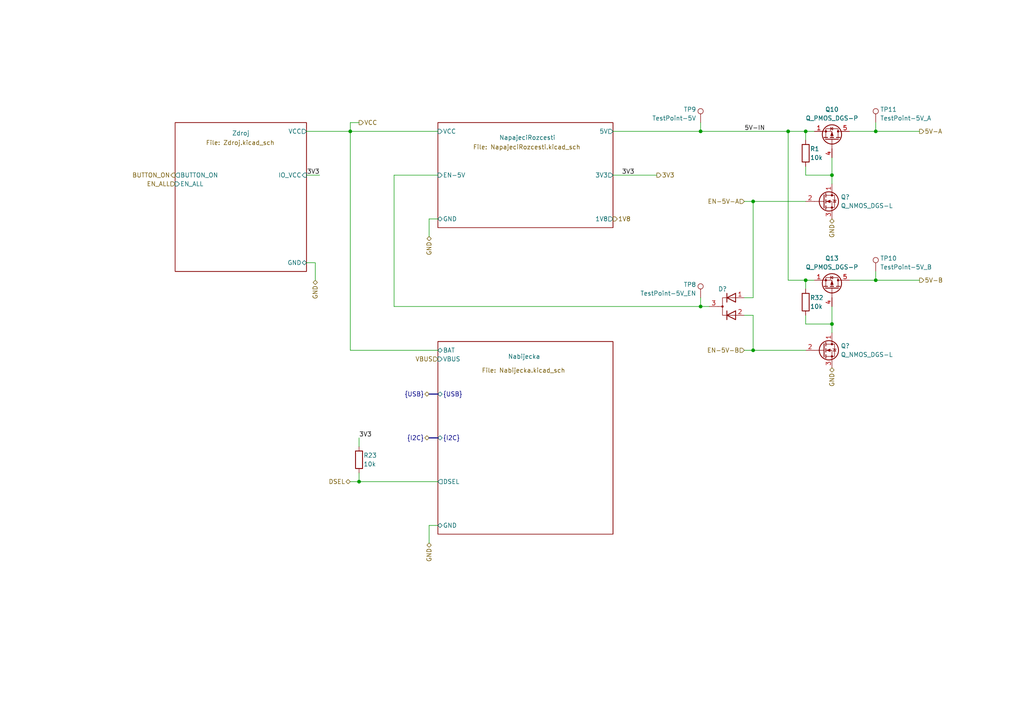
<source format=kicad_sch>
(kicad_sch (version 20231120) (generator "eeschema") (generator_version "8.0")
  (paper "A4")
  (lib_symbols
    (symbol "Connector:TestPoint" (pin_numbers hide) (pin_names (offset 0.762) hide)
      (property "Reference" "TP" (at 0 6.858 0))
      (property "Value" "TestPoint" (at 0 5.08 0))
      (symbol "TestPoint_0_1"
        (circle (center 0 3.302) (radius 0.762))
      )
      (symbol "TestPoint_1_1"
        (pin passive line (at 0 0 90) (length 2.54) (name "1") (number "1"))
      )
    )
    (symbol "Device:D_Dual_CommonCathode_AAK_Parallel" (pin_names (offset 0.762) hide)
      (property "Reference" "D" (at 0 5.08 0))
      (property "Value" "D_Dual_CommonCathode_AAK_Parallel" (at 0 -5.08 0))
      (symbol "D_Dual_CommonCathode_AAK_Parallel_0_0"
        (polyline (pts (xy 0 -1.27) (xy 0 -3.81)) (stroke (width 0.254)))
        (polyline (pts (xy 0 1.27) (xy 0 3.81)) (stroke (width 0.254)))
      )
      (symbol "D_Dual_CommonCathode_AAK_Parallel_0_1"
        (polyline (pts (xy 1.27 0) (xy 2.54 0)))
        (polyline (pts (xy -2.54 -2.54) (xy 1.27 -2.54) (xy 1.27 2.54) (xy -2.54 2.54)))
        (polyline (pts (xy -2.54 -1.27) (xy 0 -2.54) (xy -2.54 -3.81) (xy -2.54 -1.27) (xy -2.54 -1.27) (xy -2.54 -1.27)) (stroke (width 0.254)))
        (polyline (pts (xy -2.54 3.81) (xy 0 2.54) (xy -2.54 1.27) (xy -2.54 3.81) (xy -2.54 3.81) (xy -2.54 3.81)) (stroke (width 0.254)))
        (circle (center 1.27 0) (radius 0.254) (fill (type outline)))
        (pin passive line (at -5.08 2.54 0) (length 2.54) (name "K") (number "1"))
        (pin passive line (at -5.08 -2.54 0) (length 2.54) (name "K") (number "2"))
        (pin passive line (at 5.08 0 180) (length 2.54) (name "A") (number "3"))
      )
    )
    (symbol "Device:Q_NMOS_DGS" (pin_names (offset 0) hide)
      (property "Reference" "Q" (at 5.08 1.27 0))
      (property "Value" "Q_NMOS_DGS" (at 5.08 -1.27 0))
      (symbol "Q_NMOS_DGS_0_1"
        (polyline (pts (xy 0.254 0) (xy -2.54 0)))
        (polyline (pts (xy 0.254 1.905) (xy 0.254 -1.905)) (stroke (width 0.254)))
        (polyline (pts (xy 0.762 -1.27) (xy 0.762 -2.286)) (stroke (width 0.254)))
        (polyline (pts (xy 0.762 0.508) (xy 0.762 -0.508)) (stroke (width 0.254)))
        (polyline (pts (xy 0.762 2.286) (xy 0.762 1.27)) (stroke (width 0.254)))
        (polyline (pts (xy 2.54 2.54) (xy 2.54 1.778)))
        (polyline (pts (xy 2.54 -2.54) (xy 2.54 0) (xy 0.762 0)))
        (polyline (pts (xy 0.762 -1.778) (xy 3.302 -1.778) (xy 3.302 1.778) (xy 0.762 1.778)))
        (polyline (pts (xy 1.016 0) (xy 2.032 0.381) (xy 2.032 -0.381) (xy 1.016 0)) (fill (type outline)))
        (polyline (pts (xy 2.794 0.508) (xy 2.921 0.381) (xy 3.683 0.381) (xy 3.81 0.254)))
        (polyline (pts (xy 3.302 0.381) (xy 2.921 -0.254) (xy 3.683 -0.254) (xy 3.302 0.381)))
        (circle (center 1.651 0) (radius 2.794) (stroke (width 0.254)))
        (circle (center 2.54 -1.778) (radius 0.254) (fill (type outline)))
        (circle (center 2.54 1.778) (radius 0.254) (fill (type outline)))
      )
      (symbol "Q_NMOS_DGS_1_1"
        (pin passive line (at 2.54 5.08 270) (length 2.54) (name "D") (number "1"))
        (pin input line (at -5.08 0 0) (length 2.54) (name "G") (number "2"))
        (pin passive line (at 2.54 -5.08 90) (length 2.54) (name "S") (number "3"))
      )
    )
    (symbol "Device:R" (pin_numbers hide) (pin_names (offset 0))
      (property "Reference" "R" (at 2.032 0 90))
      (property "Value" "R" (at 0 0 90))
      (symbol "R_0_1"
        (rectangle (start -1.016 -2.54) (end 1.016 2.54) (stroke (width 0.254)))
      )
      (symbol "R_1_1"
        (pin passive line (at 0 3.81 270) (length 1.27) (name "~") (number "1"))
        (pin passive line (at 0 -3.81 90) (length 1.27) (name "~") (number "2"))
      )
    )
    (symbol "RKL-Uncategorized:JMSL0302AU" (pin_names hide)
      (property "Reference" "U" (at 0 3.048 0))
      (symbol "JMSL0302AU_0_1"
        (circle (center -1.778 0) (radius 0.254) (fill (type outline)))
        (circle (center 0 -0.889) (radius 2.794) (stroke (width 0.254)))
        (polyline (pts (xy -2.54 0) (xy -1.778 0)))
        (polyline (pts (xy -2.286 -1.778) (xy -1.27 -1.778)) (stroke (width 0.254)))
        (polyline (pts (xy -1.905 -2.286) (xy 1.905 -2.286)) (stroke (width 0.254)))
        (polyline (pts (xy -0.508 -1.778) (xy 0.508 -1.778)) (stroke (width 0.254)))
        (polyline (pts (xy 0 -2.286) (xy 0 -5.08)))
        (polyline (pts (xy 1.27 -1.778) (xy 2.286 -1.778)) (stroke (width 0.254)))
        (polyline (pts (xy 2.54 0) (xy 0 0) (xy 0 -1.778)))
        (polyline (pts (xy -1.778 -1.778) (xy -1.778 0.762) (xy 1.778 0.762) (xy 1.778 -1.778)))
        (polyline (pts (xy 0 -0.254) (xy -0.381 -1.27) (xy 0.381 -1.27) (xy 0 -0.254)) (fill (type outline)))
        (polyline (pts (xy 0.381 0.762) (xy -0.254 0.381) (xy -0.254 1.143) (xy 0.381 0.762)))
        (polyline (pts (xy 0.508 0.254) (xy 0.381 0.381) (xy 0.381 1.143) (xy 0.254 1.27)))
        (circle (center 1.778 0) (radius 0.254) (fill (type outline)))
      )
      (symbol "JMSL0302AU_1_1"
        (pin passive line (at 5.08 0 180) (length 2.54) (name "S") (number "1"))
        (pin passive line (at 5.08 0 180) (length 2.54) hide (name "S") (number "2"))
        (pin passive line (at 5.08 0 180) (length 2.54) hide (name "S") (number "3"))
        (pin input line (at 0 -7.62 90) (length 2.54) (name "G") (number "4"))
        (pin passive line (at -5.08 0 0) (length 2.54) (name "D") (number "5"))
      )
    )
  )
  (junction (at 203.2 38.1))
  (junction (at 233.68 81.28))
  (junction (at 104.14 139.7))
  (junction (at 203.2 88.9))
  (junction (at 233.68 38.1))
  (junction (at 228.6 38.1))
  (junction (at 254 81.28))
  (junction (at 101.6 38.1))
  (junction (at 218.44 101.6))
  (junction (at 218.44 58.42))
  (junction (at 241.3 93.98))
  (junction (at 254 38.1))
  (junction (at 241.3 50.8))
  (wire (pts (xy 218.44 91.44) (xy 215.9 91.44)))
  (wire (pts (xy 233.68 38.1) (xy 233.68 40.64)))
  (wire (pts (xy 88.9 50.8) (xy 92.71 50.8)))
  (wire (pts (xy 228.6 38.1) (xy 233.68 38.1)))
  (wire (pts (xy 233.68 91.44) (xy 233.68 93.98)))
  (wire (pts (xy 124.46 68.58) (xy 124.46 63.5)))
  (wire (pts (xy 101.6 35.56) (xy 104.14 35.56)))
  (wire (pts (xy 91.44 81.28) (xy 91.44 76.2)))
  (wire (pts (xy 241.3 93.98) (xy 241.3 96.52)))
  (wire (pts (xy 254 81.28) (xy 246.38 81.28)))
  (wire (pts (xy 114.3 50.8) (xy 127 50.8)))
  (wire (pts (xy 228.6 38.1) (xy 228.6 81.28)))
  (wire (pts (xy 233.68 81.28) (xy 233.68 83.82)))
  (wire (pts (xy 266.7 81.28) (xy 254 81.28)))
  (wire (pts (xy 215.9 58.42) (xy 218.44 58.42)))
  (wire (pts (xy 241.3 88.9) (xy 241.3 93.98)))
  (wire (pts (xy 218.44 101.6) (xy 233.68 101.6)))
  (wire (pts (xy 177.8 38.1) (xy 203.2 38.1)))
  (wire (pts (xy 254 38.1) (xy 246.38 38.1)))
  (wire (pts (xy 254 81.28) (xy 254 78.74)))
  (wire (pts (xy 91.44 76.2) (xy 88.9 76.2)))
  (wire (pts (xy 241.3 45.72) (xy 241.3 50.8)))
  (wire (pts (xy 88.9 38.1) (xy 101.6 38.1)))
  (wire (pts (xy 241.3 50.8) (xy 241.3 53.34)))
  (bus (pts (xy 124.46 127) (xy 127 127)))
  (wire (pts (xy 101.6 38.1) (xy 101.6 35.56)))
  (wire (pts (xy 124.46 152.4) (xy 127 152.4)))
  (wire (pts (xy 124.46 157.48) (xy 124.46 152.4)))
  (wire (pts (xy 218.44 58.42) (xy 218.44 86.36)))
  (wire (pts (xy 101.6 38.1) (xy 127 38.1)))
  (wire (pts (xy 101.6 38.1) (xy 101.6 101.6)))
  (wire (pts (xy 104.14 137.16) (xy 104.14 139.7)))
  (wire (pts (xy 203.2 88.9) (xy 114.3 88.9)))
  (wire (pts (xy 233.68 93.98) (xy 241.3 93.98)))
  (wire (pts (xy 218.44 58.42) (xy 233.68 58.42)))
  (wire (pts (xy 218.44 91.44) (xy 218.44 101.6)))
  (wire (pts (xy 233.68 50.8) (xy 241.3 50.8)))
  (wire (pts (xy 203.2 86.36) (xy 203.2 88.9)))
  (wire (pts (xy 104.14 139.7) (xy 127 139.7)))
  (wire (pts (xy 218.44 86.36) (xy 215.9 86.36)))
  (wire (pts (xy 127 101.6) (xy 101.6 101.6)))
  (wire (pts (xy 266.7 38.1) (xy 254 38.1)))
  (wire (pts (xy 203.2 35.56) (xy 203.2 38.1)))
  (bus (pts (xy 124.46 114.3) (xy 127 114.3)))
  (wire (pts (xy 233.68 81.28) (xy 236.22 81.28)))
  (wire (pts (xy 124.46 63.5) (xy 127 63.5)))
  (wire (pts (xy 114.3 50.8) (xy 114.3 88.9)))
  (wire (pts (xy 203.2 38.1) (xy 228.6 38.1)))
  (wire (pts (xy 254 38.1) (xy 254 35.56)))
  (wire (pts (xy 233.68 38.1) (xy 236.22 38.1)))
  (wire (pts (xy 104.14 127) (xy 104.14 129.54)))
  (wire (pts (xy 233.68 48.26) (xy 233.68 50.8)))
  (wire (pts (xy 228.6 81.28) (xy 233.68 81.28)))
  (wire (pts (xy 205.74 88.9) (xy 203.2 88.9)))
  (wire (pts (xy 101.6 139.7) (xy 104.14 139.7)))
  (wire (pts (xy 215.9 101.6) (xy 218.44 101.6)))
  (wire (pts (xy 177.8 50.8) (xy 190.5 50.8)))
  (label "3V3" (at 180.34 50.8 0))
  (label "3V3" (at 104.14 127 0))
  (label "5V-IN" (at 215.9 38.1 0))
  (label "3V3" (at 92.71 50.8 180))
  (hierarchical_label "GND" (shape bidirectional) (at 124.46 68.58 270))
  (hierarchical_label "GND" (shape bidirectional) (at 124.46 157.48 270))
  (hierarchical_label "{I2C}" (shape bidirectional) (at 124.46 127 180))
  (hierarchical_label "GND" (shape bidirectional) (at 91.44 81.28 270))
  (hierarchical_label "VBUS" (shape input) (at 127 104.14 180))
  (hierarchical_label "3V3" (shape output) (at 190.5 50.8 0))
  (hierarchical_label "{USB}" (shape bidirectional) (at 124.46 114.3 180))
  (hierarchical_label "GND" (shape bidirectional) (at 241.3 63.5 270))
  (hierarchical_label "EN-5V-B" (shape input) (at 215.9 101.6 180))
  (hierarchical_label "DSEL" (shape bidirectional) (at 101.6 139.7 180))
  (hierarchical_label "5V-A" (shape output) (at 266.7 38.1 0))
  (hierarchical_label "VCC" (shape output) (at 104.14 35.56 0))
  (hierarchical_label "EN_ALL" (shape input) (at 50.8 53.34 180))
  (hierarchical_label "5V-B" (shape output) (at 266.7 81.28 0))
  (hierarchical_label "1V8" (shape output) (at 177.8 63.5 0))
  (hierarchical_label "BUTTON_ON" (shape output) (at 50.8 50.8 180))
  (hierarchical_label "GND" (shape bidirectional) (at 241.3 106.68 270))
  (hierarchical_label "EN-5V-A" (shape input) (at 215.9 58.42 180))
  (symbol (lib_id "Device:D_Dual_CommonCathode_AAK_Parallel") (at 210.82 88.9 0) (mirror y) (unit 1)
    (property "Reference" "D?" (at 208.28 83.82 0) (effects (justify right)))
    (property "Value" "D_Dual_CommonCathode_AAK_Parallel" (effects (hide yes)))
    (property "Footprint" "Package_TO_SOT_SMD:SOT-723" (effects (hide yes)))
    (property "LCSC" "C896182" (effects (hide yes)))
    (property "Basic/Extended" "E" (effects (hide yes)))
    (instances (project "Power" (path "" (reference "D?") (unit 1))) (project "ZakladniElektronika" (path "" (reference "D122") (unit 1))))
  )
  (symbol (lib_id "Device:R") (at 233.68 87.63 0) (unit 1)
    (property "Reference" "R32" (at 234.95 86.36 0) (effects (justify left)))
    (property "Value" "10k" (at 234.95 88.9 0) (effects (justify left)))
    (property "Footprint" "Resistor_SMD:R_0402_1005Metric" (effects (hide yes)))
    (property "LCSC" "C25744" (effects (hide yes)))
    (property "Basic/Extended" "B" (effects (hide yes)))
    (property "JLCPCB_CORRECTION" "0;0;0" (effects (hide yes)))
    (instances (project "ZakladniElektronika" (path "" (reference "R32") (unit 1))) (project "RB3203" (path "" (reference "R?") (unit 1))))
  )
  (symbol (lib_id "Connector:TestPoint") (at 254 35.56 0) (unit 1)
    (property "Reference" "TP11" (at 255.27 31.75 0) (effects (justify left)))
    (property "Value" "TestPoint-5V_A" (at 255.27 34.29 0) (effects (justify left)))
    (property "Footprint" "Connector_Pin:Pin_D0.9mm_L10.0mm_W2.4mm_FlatFork" (effects (hide yes)))
    (property "JLCPCB_IGNORE" "ignore" (effects (hide yes)))
  )
  (symbol (lib_id "Connector:TestPoint") (at 203.2 35.56 0) (unit 1)
    (property "Reference" "TP9" (at 201.93 31.75 0) (effects (justify right)))
    (property "Value" "TestPoint-5V" (at 201.93 34.29 0) (effects (justify right)))
    (property "Footprint" "Connector_Pin:Pin_D0.9mm_L10.0mm_W2.4mm_FlatFork" (effects (hide yes)))
    (property "JLCPCB_IGNORE" "ignore" (effects (hide yes)))
  )
  (symbol (lib_id "Device:R") (at 104.14 133.35 0) (unit 1)
    (property "Reference" "R23" (at 105.41 132.08 0) (effects (justify left)))
    (property "Value" "10k" (at 105.41 134.62 0) (effects (justify left)))
    (property "Footprint" "Resistor_SMD:R_0402_1005Metric" (effects (hide yes)))
    (property "LCSC" "C25744" (effects (hide yes)))
    (property "Basic/Extended" "B" (effects (hide yes)))
    (property "JLCPCB_CORRECTION" "0;0;0" (effects (hide yes)))
    (instances (project "ZakladniElektronika" (path "" (reference "R23") (unit 1))) (project "RB3203" (path "" (reference "R?") (unit 1))))
  )
  (symbol (lib_id "Device:Q_NMOS_DGS") (at 238.76 101.6 0) (unit 1)
    (property "Reference" "Q?" (at 243.84 100.33 0) (effects (justify left)))
    (property "Value" "Q_NMOS_DGS-L" (at 243.84 102.87 0) (effects (justify left)))
    (property "Footprint" "Package_TO_SOT_SMD:SOT-23" (effects (hide yes)))
    (property "LCSC" "C10487" (effects (hide yes)))
    (property "Basic/Extended" "B" (effects (hide yes)))
    (property "JLCPCB_CORRECTION" "0;0;180" (effects (hide yes)))
    (instances (project "PowerManager" (path "" (reference "Q?") (unit 1))) (project "ZakladniElektronika" (path "" (reference "Q11") (unit 1))))
  )
  (symbol (lib_id "Device:R") (at 233.68 44.45 0) (unit 1)
    (property "Reference" "R1" (at 234.95 43.18 0) (effects (justify left)))
    (property "Value" "10k" (at 234.95 45.72 0) (effects (justify left)))
    (property "Footprint" "Resistor_SMD:R_0402_1005Metric" (effects (hide yes)))
    (property "LCSC" "C25744" (effects (hide yes)))
    (property "Basic/Extended" "B" (effects (hide yes)))
    (property "JLCPCB_CORRECTION" "0;0;0" (effects (hide yes)))
    (instances (project "ZakladniElektronika" (path "" (reference "R1") (unit 1))) (project "RB3203" (path "" (reference "R?") (unit 1))))
  )
  (symbol (lib_id "Connector:TestPoint") (at 254 78.74 0) (unit 1)
    (property "Reference" "TP10" (at 255.27 74.93 0) (effects (justify left)))
    (property "Value" "TestPoint-5V_B" (at 255.27 77.47 0) (effects (justify left)))
    (property "Footprint" "Connector_Pin:Pin_D0.9mm_L10.0mm_W2.4mm_FlatFork" (effects (hide yes)))
    (property "JLCPCB_IGNORE" "ignore" (effects (hide yes)))
  )
  (symbol (lib_id "RKL-Uncategorized:JMSL0302AU") (at 241.3 81.28 0) (mirror y) (unit 1)
    (property "Reference" "Q13" (at 241.3 74.93 0))
    (property "Value" "Q_PMOS_DGS-P" (at 241.3 77.47 0))
    (property "Footprint" "Package_SON:Diodes_PowerDI3333-8" (effects (hide yes)))
    (property "Datasheet" "https://datasheet.lcsc.com/lcsc/2109070930_Jiangsu-JieJie-Microelectronics-JMSL0302AU_C2890409.pdf" (effects (hide yes)))
    (property "LCSC" "C2890409" (effects (hide yes)))
    (property "Basic/Extended" "E" (effects (hide yes)))
    (property "JLCPCB_CORRECTION" "0;0;-90" (effects (hide yes)))
    (instances (project "ZakladniElektronika" (path "" (reference "Q13") (unit 1))) (project "Zdroj" (path "" (reference "Q1") (unit 1))) (project "RB3203" (path "" (reference "Q?") (unit 1))))
  )
  (symbol (lib_id "RKL-Uncategorized:JMSL0302AU") (at 241.3 38.1 0) (mirror y) (unit 1)
    (property "Reference" "Q10" (at 241.3 31.75 0))
    (property "Value" "Q_PMOS_DGS-P" (at 241.3 34.29 0))
    (property "Footprint" "Package_SON:Diodes_PowerDI3333-8" (effects (hide yes)))
    (property "Datasheet" "https://datasheet.lcsc.com/lcsc/2109070930_Jiangsu-JieJie-Microelectronics-JMSL0302AU_C2890409.pdf" (effects (hide yes)))
    (property "LCSC" "C2890409" (effects (hide yes)))
    (property "Basic/Extended" "E" (effects (hide yes)))
    (property "JLCPCB_CORRECTION" "0;0;-90" (effects (hide yes)))
    (instances (project "ZakladniElektronika" (path "" (reference "Q10") (unit 1))) (project "Zdroj" (path "" (reference "Q1") (unit 1))) (project "RB3203" (path "" (reference "Q?") (unit 1))))
  )
  (symbol (lib_id "Connector:TestPoint") (at 203.2 86.36 0) (unit 1)
    (property "Reference" "TP8" (at 201.93 82.55 0) (effects (justify right)))
    (property "Value" "TestPoint-5V_EN" (at 201.93 85.09 0) (effects (justify right)))
    (property "Footprint" "Connector_Pin:Pin_D0.9mm_L10.0mm_W2.4mm_FlatFork" (effects (hide yes)))
    (property "JLCPCB_IGNORE" "ignore" (effects (hide yes)))
  )
  (symbol (lib_id "Device:Q_NMOS_DGS") (at 238.76 58.42 0) (unit 1)
    (property "Reference" "Q?" (at 243.84 57.15 0) (effects (justify left)))
    (property "Value" "Q_NMOS_DGS-L" (at 243.84 59.69 0) (effects (justify left)))
    (property "Footprint" "Package_TO_SOT_SMD:SOT-23" (effects (hide yes)))
    (property "LCSC" "C10487" (effects (hide yes)))
    (property "Basic/Extended" "B" (effects (hide yes)))
    (property "JLCPCB_CORRECTION" "0;0;180" (effects (hide yes)))
    (instances (project "PowerManager" (path "" (reference "Q?") (unit 1))) (project "ZakladniElektronika" (path "" (reference "Q1") (unit 1))))
  )
  (sheet (at 127 35.56) (size 50.8 30.48) (stroke (width 0.1524))
    (property "Sheetname" "NapajeciRozcesti" (at 144.78 40.64 0) (effects (justify left bottom)))
    (property "Sheetfile" "NapajeciRozcesti.kicad_sch" (at 137.16 41.91 0) (effects (justify left top)))
    (pin "VCC" input (at 127 38.1 180))
    (pin "EN-5V" input (at 127 50.8 180))
    (pin "3V3" output (at 177.8 50.8 0))
    (pin "5V" output (at 177.8 38.1 0))
    (pin "1V8" output (at 177.8 63.5 0))
    (pin "GND" bidirectional (at 127 63.5 180))
  )
  (sheet (at 127 99.06) (size 50.8 55.88) (stroke (width 0.1524))
    (property "Sheetname" "Nabijecka" (at 147.32 104.14 0) (effects (justify left bottom)))
    (property "Sheetfile" "Nabijecka.kicad_sch" (at 139.7 106.68 0) (effects (justify left top)))
    (pin "BAT" bidirectional (at 127 101.6 180))
    (pin "VBUS" input (at 127 104.14 180))
    (pin "{I2C}" bidirectional (at 127 127 180))
    (pin "DSEL" output (at 127 139.7 180))
    (pin "{USB}" bidirectional (at 127 114.3 180))
    (pin "GND" bidirectional (at 127 152.4 180))
  )
  (sheet (at 50.8 35.56) (size 38.1 43.18) (stroke (width 0.1524))
    (property "Sheetname" "Zdroj" (at 67.31 39.37 0) (effects (justify left bottom)))
    (property "Sheetfile" "Zdroj.kicad_sch" (at 59.69 40.64 0) (effects (justify left top)))
    (pin "VCC" output (at 88.9 38.1 0))
    (pin "IO_VCC" input (at 88.9 50.8 0))
    (pin "GND" bidirectional (at 88.9 76.2 0))
    (pin "BUTTON_ON" output (at 50.8 50.8 180))
    (pin "EN_ALL" input (at 50.8 53.34 180))
  )
)
</source>
